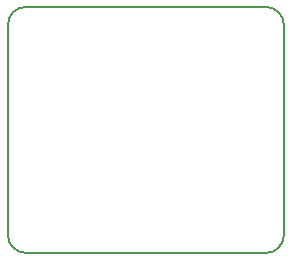
<source format=gbr>
G04 (created by PCBNEW (2013-07-07 BZR 4022)-stable) date 1/7/2014 10:08:49*
%MOIN*%
G04 Gerber Fmt 3.4, Leading zero omitted, Abs format*
%FSLAX34Y34*%
G01*
G70*
G90*
G04 APERTURE LIST*
%ADD10C,0.00590551*%
G04 APERTURE END LIST*
G54D10*
X43400Y-24500D02*
X43400Y-31500D01*
X44000Y-23900D02*
G75*
G03X43400Y-24500I0J-600D01*
G74*
G01*
X52600Y-31500D02*
X52600Y-24500D01*
X44000Y-32100D02*
X52000Y-32100D01*
X52000Y-23900D02*
X43900Y-23900D01*
X52000Y-32100D02*
G75*
G03X52600Y-31500I0J600D01*
G74*
G01*
X43400Y-31500D02*
G75*
G03X44000Y-32100I600J0D01*
G74*
G01*
X52600Y-24500D02*
G75*
G03X52000Y-23900I-600J0D01*
G74*
G01*
M02*

</source>
